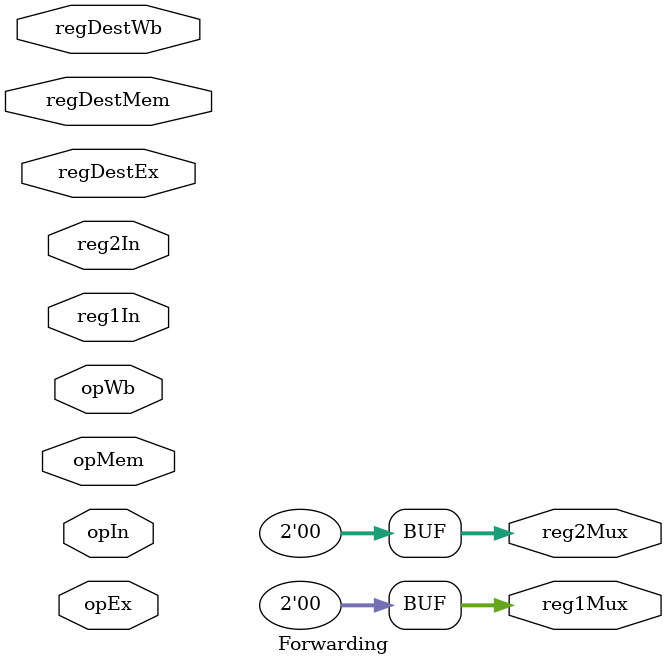
<source format=v>
module Forwarding (opIn, opEx, opMem, opWb, reg1In, reg2In, regDestEx, regDestMem, regDestWb, reg1Mux, reg2Mux);
	parameter [1:0] REG = 2'b00, ALU = 2'b01, MEM = 2'b10, WB = 2'b11;
	parameter [3:0] SW = 4'b0011, BRANCH = 4'b0010;
	//Opcodes
	input [3:0] opIn, opEx, opMem, opWb;
	//Register indices
	input [3:0] reg1In, reg2In, regDestEx, regDestMem, regDestWb;
	//Forwarding mux opcode
	output [1:0] reg1Mux = 2'b00, reg2Mux = 2'b00;
	always @ (*) begin
		//Forwarding for reg1
		if (regDestEx == reg1In) begin
			if (opEx != SW || opEx != BRANCH) begin
				reg1Mux = ALU;
			end
		end
		else if (regDestMem == reg1In) begin
			if (opMem != SW || opMem != BRANCH) begin
				reg1Mux = MEM;
			end
		end
		else if (regDestWb == reg1In) begin
			if (opMem != SW || opMem != BRANCH) begin
				reg1Mux = WB;
			end
		end
		
		//Forwarding for reg2
		if (regDestEx == reg2In) begin
			if (opEx != SW || opEx != BRANCH) begin
				reg2Mux = ALU;
			end
		end
		else if (regDestMem == reg2In) begin
			if (opMem != SW || opMem != BRANCH) begin
				reg2Mux = MEM;
			end
		end
		else if (regDestWb == reg2In) begin
			if (opMem != SW || opMem != BRANCH) begin
				reg2Mux = WB;
			end
		end
	end
endmodule
</source>
